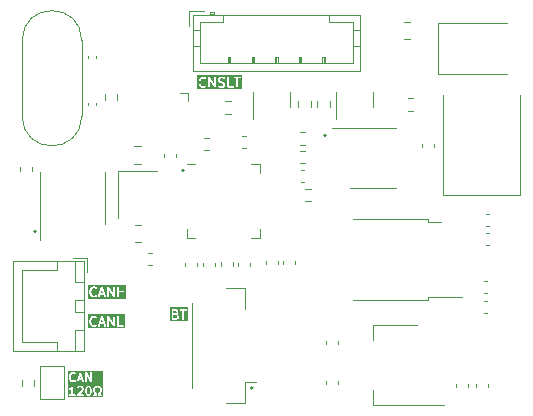
<source format=gbr>
%TF.GenerationSoftware,KiCad,Pcbnew,7.0.9*%
%TF.CreationDate,2023-11-28T13:38:34+10:00*%
%TF.ProjectId,cansult,63616e73-756c-4742-9e6b-696361645f70,rev?*%
%TF.SameCoordinates,Original*%
%TF.FileFunction,Legend,Top*%
%TF.FilePolarity,Positive*%
%FSLAX46Y46*%
G04 Gerber Fmt 4.6, Leading zero omitted, Abs format (unit mm)*
G04 Created by KiCad (PCBNEW 7.0.9) date 2023-11-28 13:38:34*
%MOMM*%
%LPD*%
G01*
G04 APERTURE LIST*
%ADD10C,0.175000*%
%ADD11C,0.150000*%
%ADD12C,0.120000*%
G04 APERTURE END LIST*
D10*
X180587500Y-82800000D02*
G75*
G03*
X180587500Y-82800000I-87500J0D01*
G01*
X192637500Y-79850000D02*
G75*
G03*
X192637500Y-79850000I-87500J0D01*
G01*
X168037500Y-88000000D02*
G75*
G03*
X168037500Y-88000000I-87500J0D01*
G01*
X186387500Y-101200000D02*
G75*
G03*
X186387500Y-101200000I-87500J0D01*
G01*
D11*
G36*
X173727960Y-93190723D02*
G01*
X173555121Y-93190723D01*
X173641540Y-92931465D01*
X173727960Y-93190723D01*
G37*
G36*
X175659398Y-93683581D02*
G01*
X172461778Y-93683581D01*
X172461778Y-93151438D01*
X172576064Y-93151438D01*
X172577249Y-93154695D01*
X172578303Y-93169629D01*
X172616399Y-93322010D01*
X172618388Y-93324955D01*
X172622078Y-93337360D01*
X172660173Y-93413550D01*
X172661359Y-93414673D01*
X172674222Y-93433042D01*
X172750412Y-93509233D01*
X172754475Y-93511127D01*
X172756823Y-93514949D01*
X172779728Y-93527351D01*
X172894014Y-93565446D01*
X172895648Y-93565401D01*
X172917731Y-93569295D01*
X172993922Y-93569295D01*
X172995460Y-93568734D01*
X173017639Y-93565446D01*
X173131924Y-93527351D01*
X173135436Y-93524563D01*
X173139903Y-93524173D01*
X173161240Y-93509233D01*
X173199336Y-93471137D01*
X173199597Y-93470578D01*
X173303723Y-93470578D01*
X173305124Y-93521862D01*
X173339161Y-93560247D01*
X173389910Y-93567772D01*
X173433622Y-93540917D01*
X173446025Y-93518012D01*
X173505121Y-93340723D01*
X173777960Y-93340723D01*
X173837056Y-93518012D01*
X173868947Y-93558198D01*
X173919208Y-93568484D01*
X173964322Y-93544056D01*
X173983179Y-93496344D01*
X173982875Y-93494295D01*
X174099874Y-93494295D01*
X174117421Y-93542504D01*
X174161850Y-93568156D01*
X174212374Y-93559247D01*
X174245351Y-93519947D01*
X174249874Y-93494295D01*
X174249874Y-92976711D01*
X174566899Y-93531505D01*
X174572191Y-93535986D01*
X174574564Y-93542504D01*
X174591303Y-93552168D01*
X174606052Y-93564657D01*
X174612986Y-93564687D01*
X174618993Y-93568156D01*
X174638026Y-93564799D01*
X174657354Y-93564886D01*
X174662687Y-93560451D01*
X174669517Y-93559247D01*
X174681941Y-93544440D01*
X174696801Y-93532084D01*
X174698035Y-93525260D01*
X174702494Y-93519947D01*
X174707017Y-93494295D01*
X174937969Y-93494295D01*
X174955516Y-93542504D01*
X174999945Y-93568156D01*
X175050469Y-93559247D01*
X175083446Y-93519947D01*
X175087969Y-93494295D01*
X175087969Y-93150247D01*
X175395112Y-93150247D01*
X175395112Y-93494295D01*
X175412659Y-93542504D01*
X175457088Y-93568156D01*
X175507612Y-93559247D01*
X175540589Y-93519947D01*
X175545112Y-93494295D01*
X175545112Y-92694295D01*
X175527565Y-92646086D01*
X175483136Y-92620434D01*
X175432612Y-92629343D01*
X175399635Y-92668643D01*
X175395112Y-92694295D01*
X175395112Y-93000247D01*
X175087969Y-93000247D01*
X175087969Y-92694295D01*
X175070422Y-92646086D01*
X175025993Y-92620434D01*
X174975469Y-92629343D01*
X174942492Y-92668643D01*
X174937969Y-92694295D01*
X174937969Y-93494295D01*
X174707017Y-93494295D01*
X174707017Y-92694295D01*
X174689470Y-92646086D01*
X174645041Y-92620434D01*
X174594517Y-92629343D01*
X174561540Y-92668643D01*
X174557017Y-92694295D01*
X174557017Y-93211878D01*
X174239992Y-92657085D01*
X174234699Y-92652603D01*
X174232327Y-92646086D01*
X174215587Y-92636421D01*
X174200839Y-92623933D01*
X174193904Y-92623902D01*
X174187898Y-92620434D01*
X174168864Y-92623790D01*
X174149537Y-92623704D01*
X174144203Y-92628138D01*
X174137374Y-92629343D01*
X174124949Y-92644149D01*
X174110090Y-92656506D01*
X174108855Y-92663329D01*
X174104397Y-92668643D01*
X174099874Y-92694295D01*
X174099874Y-93494295D01*
X173982875Y-93494295D01*
X173979358Y-93470578D01*
X173712692Y-92670578D01*
X173711349Y-92668886D01*
X173711291Y-92666728D01*
X173695541Y-92648966D01*
X173680801Y-92630392D01*
X173678687Y-92629959D01*
X173677254Y-92628343D01*
X173653783Y-92624862D01*
X173630540Y-92620106D01*
X173628640Y-92621134D01*
X173626505Y-92620818D01*
X173606287Y-92633238D01*
X173585426Y-92644535D01*
X173584632Y-92646542D01*
X173582792Y-92647673D01*
X173570390Y-92670578D01*
X173303723Y-93470578D01*
X173199597Y-93470578D01*
X173221017Y-93424640D01*
X173207740Y-93375086D01*
X173165715Y-93345659D01*
X173114607Y-93350130D01*
X173093270Y-93365071D01*
X173067693Y-93390648D01*
X172981752Y-93419295D01*
X172929901Y-93419295D01*
X172843959Y-93390648D01*
X172788894Y-93335582D01*
X172759924Y-93277642D01*
X172726064Y-93142202D01*
X172726064Y-93046387D01*
X172759924Y-92910946D01*
X172788894Y-92853006D01*
X172843958Y-92797942D01*
X172929901Y-92769295D01*
X172981752Y-92769295D01*
X173067693Y-92797942D01*
X173093271Y-92823519D01*
X173139767Y-92845199D01*
X173189322Y-92831921D01*
X173218748Y-92789895D01*
X173214276Y-92738788D01*
X173199335Y-92717451D01*
X173161239Y-92679356D01*
X173157175Y-92677461D01*
X173154829Y-92673642D01*
X173131924Y-92661239D01*
X173017639Y-92623144D01*
X173016004Y-92623188D01*
X172993922Y-92619295D01*
X172917731Y-92619295D01*
X172916192Y-92619855D01*
X172894014Y-92623144D01*
X172779728Y-92661239D01*
X172776217Y-92664025D01*
X172771749Y-92664416D01*
X172750412Y-92679357D01*
X172674222Y-92755547D01*
X172673531Y-92757028D01*
X172660173Y-92775039D01*
X172622078Y-92851230D01*
X172621672Y-92854756D01*
X172616399Y-92866580D01*
X172578303Y-93018961D01*
X172578663Y-93022409D01*
X172576064Y-93037152D01*
X172576064Y-93151438D01*
X172461778Y-93151438D01*
X172461778Y-92505009D01*
X175659398Y-92505009D01*
X175659398Y-93683581D01*
G37*
G36*
X173727960Y-95690723D02*
G01*
X173555121Y-95690723D01*
X173641540Y-95431465D01*
X173727960Y-95690723D01*
G37*
G36*
X175582068Y-96183581D02*
G01*
X172461778Y-96183581D01*
X172461778Y-95651438D01*
X172576064Y-95651438D01*
X172577249Y-95654695D01*
X172578303Y-95669629D01*
X172616399Y-95822010D01*
X172618388Y-95824955D01*
X172622078Y-95837360D01*
X172660173Y-95913550D01*
X172661359Y-95914673D01*
X172674222Y-95933042D01*
X172750412Y-96009233D01*
X172754475Y-96011127D01*
X172756823Y-96014949D01*
X172779728Y-96027351D01*
X172894014Y-96065446D01*
X172895648Y-96065401D01*
X172917731Y-96069295D01*
X172993922Y-96069295D01*
X172995460Y-96068734D01*
X173017639Y-96065446D01*
X173131924Y-96027351D01*
X173135436Y-96024563D01*
X173139903Y-96024173D01*
X173161240Y-96009233D01*
X173199336Y-95971137D01*
X173199597Y-95970578D01*
X173303723Y-95970578D01*
X173305124Y-96021862D01*
X173339161Y-96060247D01*
X173389910Y-96067772D01*
X173433622Y-96040917D01*
X173446025Y-96018012D01*
X173505121Y-95840723D01*
X173777960Y-95840723D01*
X173837056Y-96018012D01*
X173868947Y-96058198D01*
X173919208Y-96068484D01*
X173964322Y-96044056D01*
X173983179Y-95996344D01*
X173982875Y-95994295D01*
X174099874Y-95994295D01*
X174117421Y-96042504D01*
X174161850Y-96068156D01*
X174212374Y-96059247D01*
X174245351Y-96019947D01*
X174249874Y-95994295D01*
X174249874Y-95476711D01*
X174566899Y-96031505D01*
X174572191Y-96035986D01*
X174574564Y-96042504D01*
X174591303Y-96052168D01*
X174606052Y-96064657D01*
X174612986Y-96064687D01*
X174618993Y-96068156D01*
X174638026Y-96064799D01*
X174657354Y-96064886D01*
X174662687Y-96060451D01*
X174669517Y-96059247D01*
X174681941Y-96044440D01*
X174696801Y-96032084D01*
X174698035Y-96025260D01*
X174702494Y-96019947D01*
X174707017Y-95994295D01*
X174937969Y-95994295D01*
X174944632Y-96012603D01*
X174948017Y-96031795D01*
X174953201Y-96036145D01*
X174955516Y-96042504D01*
X174972389Y-96052246D01*
X174987317Y-96064772D01*
X174997059Y-96066489D01*
X174999945Y-96068156D01*
X175003227Y-96067577D01*
X175012969Y-96069295D01*
X175393921Y-96069295D01*
X175442130Y-96051748D01*
X175467782Y-96007319D01*
X175458873Y-95956795D01*
X175419573Y-95923818D01*
X175393921Y-95919295D01*
X175087969Y-95919295D01*
X175087969Y-95194295D01*
X175070422Y-95146086D01*
X175025993Y-95120434D01*
X174975469Y-95129343D01*
X174942492Y-95168643D01*
X174937969Y-95194295D01*
X174937969Y-95994295D01*
X174707017Y-95994295D01*
X174707017Y-95194295D01*
X174689470Y-95146086D01*
X174645041Y-95120434D01*
X174594517Y-95129343D01*
X174561540Y-95168643D01*
X174557017Y-95194295D01*
X174557017Y-95711878D01*
X174239992Y-95157085D01*
X174234699Y-95152603D01*
X174232327Y-95146086D01*
X174215587Y-95136421D01*
X174200839Y-95123933D01*
X174193904Y-95123902D01*
X174187898Y-95120434D01*
X174168864Y-95123790D01*
X174149537Y-95123704D01*
X174144203Y-95128138D01*
X174137374Y-95129343D01*
X174124949Y-95144149D01*
X174110090Y-95156506D01*
X174108855Y-95163329D01*
X174104397Y-95168643D01*
X174099874Y-95194295D01*
X174099874Y-95994295D01*
X173982875Y-95994295D01*
X173979358Y-95970578D01*
X173712692Y-95170578D01*
X173711349Y-95168886D01*
X173711291Y-95166728D01*
X173695541Y-95148966D01*
X173680801Y-95130392D01*
X173678687Y-95129959D01*
X173677254Y-95128343D01*
X173653783Y-95124862D01*
X173630540Y-95120106D01*
X173628640Y-95121134D01*
X173626505Y-95120818D01*
X173606287Y-95133238D01*
X173585426Y-95144535D01*
X173584632Y-95146542D01*
X173582792Y-95147673D01*
X173570390Y-95170578D01*
X173303723Y-95970578D01*
X173199597Y-95970578D01*
X173221017Y-95924640D01*
X173207740Y-95875086D01*
X173165715Y-95845659D01*
X173114607Y-95850130D01*
X173093270Y-95865071D01*
X173067693Y-95890648D01*
X172981752Y-95919295D01*
X172929901Y-95919295D01*
X172843959Y-95890648D01*
X172788894Y-95835582D01*
X172759924Y-95777642D01*
X172726064Y-95642202D01*
X172726064Y-95546387D01*
X172759924Y-95410946D01*
X172788894Y-95353006D01*
X172843958Y-95297942D01*
X172929901Y-95269295D01*
X172981752Y-95269295D01*
X173067693Y-95297942D01*
X173093271Y-95323519D01*
X173139767Y-95345199D01*
X173189322Y-95331921D01*
X173218748Y-95289895D01*
X173214276Y-95238788D01*
X173199335Y-95217451D01*
X173161239Y-95179356D01*
X173157175Y-95177461D01*
X173154829Y-95173642D01*
X173131924Y-95161239D01*
X173017639Y-95123144D01*
X173016004Y-95123188D01*
X172993922Y-95119295D01*
X172917731Y-95119295D01*
X172916192Y-95119855D01*
X172894014Y-95123144D01*
X172779728Y-95161239D01*
X172776217Y-95164025D01*
X172771749Y-95164416D01*
X172750412Y-95179357D01*
X172674222Y-95255547D01*
X172673531Y-95257028D01*
X172660173Y-95275039D01*
X172622078Y-95351230D01*
X172621672Y-95354756D01*
X172616399Y-95366580D01*
X172578303Y-95518961D01*
X172578663Y-95522409D01*
X172576064Y-95537152D01*
X172576064Y-95651438D01*
X172461778Y-95651438D01*
X172461778Y-95005009D01*
X175582068Y-95005009D01*
X175582068Y-96183581D01*
G37*
G36*
X172556447Y-101207860D02*
G01*
X172573616Y-101225029D01*
X172598871Y-101275540D01*
X172629017Y-101396122D01*
X172629017Y-101549559D01*
X172598871Y-101670141D01*
X172573616Y-101720652D01*
X172556448Y-101737820D01*
X172514408Y-101758840D01*
X172481054Y-101758840D01*
X172439015Y-101737821D01*
X172421846Y-101720652D01*
X172396590Y-101670141D01*
X172366445Y-101549558D01*
X172366445Y-101396122D01*
X172396590Y-101275539D01*
X172421846Y-101225029D01*
X172439015Y-101207860D01*
X172481055Y-101186840D01*
X172514407Y-101186840D01*
X172556447Y-101207860D01*
G37*
G36*
X171877961Y-100390135D02*
G01*
X171742263Y-100390135D01*
X171810112Y-100186589D01*
X171877961Y-100390135D01*
G37*
G36*
X173707303Y-102011983D02*
G01*
X170738064Y-102011983D01*
X170738064Y-101820816D01*
X170842346Y-101820816D01*
X170851255Y-101871340D01*
X170890555Y-101904317D01*
X170916207Y-101908840D01*
X171328779Y-101908840D01*
X171376988Y-101891293D01*
X171402640Y-101846864D01*
X171399191Y-101827303D01*
X171494731Y-101827303D01*
X171500572Y-101849104D01*
X171504493Y-101871340D01*
X171507120Y-101873544D01*
X171508008Y-101876858D01*
X171526498Y-101889805D01*
X171543793Y-101904317D01*
X171548378Y-101905125D01*
X171550033Y-101906284D01*
X171553318Y-101905996D01*
X171569445Y-101908840D01*
X172016398Y-101908840D01*
X172064607Y-101891293D01*
X172090259Y-101846864D01*
X172081350Y-101796340D01*
X172042050Y-101763363D01*
X172016398Y-101758840D01*
X171750511Y-101758840D01*
X171950559Y-101558793D01*
X172216445Y-101558793D01*
X172217630Y-101562050D01*
X172218684Y-101576983D01*
X172253065Y-101714507D01*
X172255053Y-101717451D01*
X172258744Y-101729858D01*
X172293125Y-101798620D01*
X172294314Y-101799745D01*
X172307174Y-101818112D01*
X172341555Y-101852493D01*
X172343037Y-101853184D01*
X172361048Y-101866542D01*
X172429810Y-101900923D01*
X172434263Y-101901435D01*
X172437698Y-101904317D01*
X172463350Y-101908840D01*
X172532112Y-101908840D01*
X172536324Y-101907306D01*
X172540686Y-101908349D01*
X172565652Y-101900922D01*
X172634414Y-101866542D01*
X172635538Y-101865354D01*
X172653907Y-101852493D01*
X172688288Y-101818112D01*
X172688979Y-101816630D01*
X172702337Y-101798620D01*
X172736718Y-101729858D01*
X172737124Y-101726329D01*
X172742397Y-101714507D01*
X172776778Y-101576984D01*
X172776417Y-101573535D01*
X172779017Y-101558793D01*
X172779017Y-101490031D01*
X172904064Y-101490031D01*
X172904624Y-101491569D01*
X172907913Y-101513748D01*
X172942294Y-101616891D01*
X172945081Y-101620403D01*
X172945472Y-101624870D01*
X172960412Y-101646207D01*
X173029174Y-101714969D01*
X173030655Y-101715660D01*
X173048666Y-101729018D01*
X173075969Y-101742669D01*
X173075969Y-101758840D01*
X172979064Y-101758840D01*
X172930855Y-101776387D01*
X172905203Y-101820816D01*
X172914112Y-101871340D01*
X172953412Y-101904317D01*
X172979064Y-101908840D01*
X173150969Y-101908840D01*
X173169277Y-101902176D01*
X173188469Y-101898792D01*
X173192819Y-101893607D01*
X173199178Y-101891293D01*
X173208920Y-101874419D01*
X173221446Y-101859492D01*
X173223163Y-101849749D01*
X173224830Y-101846864D01*
X173224251Y-101843581D01*
X173225969Y-101833840D01*
X173225969Y-101696317D01*
X173225159Y-101694091D01*
X173225834Y-101691823D01*
X173216470Y-101670221D01*
X173208422Y-101648108D01*
X173206372Y-101646924D01*
X173205431Y-101644752D01*
X173184510Y-101629235D01*
X173126634Y-101600297D01*
X173078997Y-101552660D01*
X173054064Y-101477861D01*
X173054064Y-101330296D01*
X173078997Y-101255497D01*
X173122721Y-101211773D01*
X173197520Y-101186840D01*
X173310704Y-101186840D01*
X173385503Y-101211773D01*
X173429227Y-101255497D01*
X173454160Y-101330296D01*
X173454160Y-101477861D01*
X173429227Y-101552660D01*
X173381590Y-101600297D01*
X173323714Y-101629235D01*
X173322086Y-101630953D01*
X173319755Y-101631365D01*
X173304620Y-101649401D01*
X173288442Y-101666489D01*
X173288300Y-101668850D01*
X173286778Y-101670665D01*
X173282255Y-101696317D01*
X173282255Y-101833840D01*
X173288918Y-101852148D01*
X173292303Y-101871340D01*
X173297487Y-101875690D01*
X173299802Y-101882049D01*
X173316675Y-101891791D01*
X173331603Y-101904317D01*
X173341345Y-101906034D01*
X173344231Y-101907701D01*
X173347513Y-101907122D01*
X173357255Y-101908840D01*
X173529160Y-101908840D01*
X173577369Y-101891293D01*
X173603021Y-101846864D01*
X173594112Y-101796340D01*
X173554812Y-101763363D01*
X173529160Y-101758840D01*
X173432255Y-101758840D01*
X173432255Y-101742669D01*
X173459558Y-101729018D01*
X173460683Y-101727828D01*
X173479050Y-101714969D01*
X173547812Y-101646207D01*
X173549707Y-101642142D01*
X173553527Y-101639796D01*
X173565930Y-101616891D01*
X173600311Y-101513748D01*
X173600266Y-101512113D01*
X173604160Y-101490031D01*
X173604160Y-101318126D01*
X173603599Y-101316587D01*
X173600311Y-101294409D01*
X173565930Y-101191266D01*
X173563142Y-101187753D01*
X173562752Y-101183287D01*
X173547812Y-101161950D01*
X173479050Y-101093188D01*
X173474986Y-101091293D01*
X173472639Y-101087472D01*
X173449734Y-101075070D01*
X173346591Y-101040689D01*
X173344956Y-101040733D01*
X173322874Y-101036840D01*
X173185350Y-101036840D01*
X173183811Y-101037400D01*
X173161633Y-101040689D01*
X173058490Y-101075070D01*
X173054977Y-101077857D01*
X173050511Y-101078248D01*
X173029174Y-101093188D01*
X172960412Y-101161950D01*
X172958517Y-101166013D01*
X172954696Y-101168361D01*
X172942294Y-101191266D01*
X172907913Y-101294409D01*
X172907957Y-101296043D01*
X172904064Y-101318126D01*
X172904064Y-101490031D01*
X172779017Y-101490031D01*
X172779017Y-101386888D01*
X172777831Y-101383631D01*
X172776778Y-101368697D01*
X172742397Y-101231174D01*
X172740408Y-101228229D01*
X172736718Y-101215823D01*
X172702337Y-101147061D01*
X172701147Y-101145935D01*
X172688288Y-101127569D01*
X172653907Y-101093188D01*
X172652425Y-101092497D01*
X172634415Y-101079139D01*
X172565653Y-101044758D01*
X172561199Y-101044245D01*
X172557764Y-101041363D01*
X172532112Y-101036840D01*
X172463350Y-101036840D01*
X172459136Y-101038373D01*
X172454775Y-101037332D01*
X172429809Y-101044758D01*
X172361047Y-101079139D01*
X172359921Y-101080328D01*
X172341555Y-101093188D01*
X172307174Y-101127569D01*
X172306483Y-101129050D01*
X172293125Y-101147061D01*
X172258744Y-101215823D01*
X172258337Y-101219351D01*
X172253065Y-101231174D01*
X172218684Y-101368698D01*
X172219044Y-101372146D01*
X172216445Y-101386888D01*
X172216445Y-101558793D01*
X171950559Y-101558793D01*
X172035050Y-101474302D01*
X172036945Y-101470237D01*
X172040765Y-101467891D01*
X172053168Y-101444986D01*
X172087549Y-101341843D01*
X172087504Y-101340208D01*
X172091398Y-101318126D01*
X172091398Y-101249364D01*
X172089864Y-101245150D01*
X172090906Y-101240789D01*
X172083480Y-101215823D01*
X172049099Y-101147061D01*
X172047909Y-101145935D01*
X172035050Y-101127569D01*
X172000669Y-101093188D01*
X171999187Y-101092497D01*
X171981177Y-101079139D01*
X171912415Y-101044758D01*
X171907961Y-101044245D01*
X171904526Y-101041363D01*
X171878874Y-101036840D01*
X171706969Y-101036840D01*
X171702755Y-101038373D01*
X171698394Y-101037332D01*
X171673428Y-101044758D01*
X171604666Y-101079139D01*
X171603540Y-101080328D01*
X171585174Y-101093188D01*
X171550793Y-101127569D01*
X171529112Y-101174066D01*
X171542389Y-101223620D01*
X171584415Y-101253047D01*
X171635522Y-101248575D01*
X171656859Y-101233635D01*
X171682634Y-101207860D01*
X171724674Y-101186840D01*
X171861169Y-101186840D01*
X171903209Y-101207860D01*
X171920378Y-101225029D01*
X171941398Y-101267069D01*
X171941398Y-101305956D01*
X171916465Y-101380754D01*
X171516412Y-101780807D01*
X171506873Y-101801262D01*
X171495584Y-101820816D01*
X171496179Y-101824195D01*
X171494731Y-101827303D01*
X171399191Y-101827303D01*
X171393731Y-101796340D01*
X171354431Y-101763363D01*
X171328779Y-101758840D01*
X171197493Y-101758840D01*
X171197493Y-101111840D01*
X171196017Y-101107786D01*
X171197038Y-101103597D01*
X171187391Y-101084086D01*
X171179946Y-101063631D01*
X171176211Y-101061474D01*
X171174300Y-101057609D01*
X171154372Y-101048865D01*
X171135517Y-101037979D01*
X171131268Y-101038728D01*
X171127320Y-101036996D01*
X171106433Y-101043107D01*
X171084993Y-101046888D01*
X171082220Y-101050192D01*
X171078082Y-101051403D01*
X171060089Y-101070238D01*
X170995445Y-101167202D01*
X170940542Y-101222106D01*
X170882666Y-101251044D01*
X170847394Y-101288298D01*
X170844319Y-101339509D01*
X170874883Y-101380714D01*
X170924781Y-101392634D01*
X170949748Y-101385208D01*
X171018510Y-101350827D01*
X171019635Y-101349637D01*
X171038002Y-101336778D01*
X171047493Y-101327287D01*
X171047493Y-101758840D01*
X170916207Y-101758840D01*
X170867998Y-101776387D01*
X170842346Y-101820816D01*
X170738064Y-101820816D01*
X170738064Y-100361992D01*
X170841207Y-100361992D01*
X170842392Y-100365249D01*
X170843446Y-100380182D01*
X170877827Y-100517706D01*
X170879815Y-100520650D01*
X170883506Y-100533057D01*
X170917887Y-100601819D01*
X170919076Y-100602944D01*
X170931936Y-100621311D01*
X171000698Y-100690073D01*
X171004761Y-100691967D01*
X171007109Y-100695789D01*
X171030015Y-100708191D01*
X171133158Y-100742571D01*
X171134791Y-100742526D01*
X171156874Y-100746420D01*
X171225636Y-100746420D01*
X171227174Y-100745859D01*
X171249352Y-100742571D01*
X171352496Y-100708191D01*
X171356008Y-100705403D01*
X171360475Y-100705013D01*
X171381812Y-100690073D01*
X171416193Y-100655692D01*
X171419918Y-100647703D01*
X171498294Y-100647703D01*
X171499695Y-100698987D01*
X171533732Y-100737372D01*
X171584481Y-100744897D01*
X171628193Y-100718042D01*
X171640596Y-100695137D01*
X171692263Y-100540135D01*
X171927961Y-100540135D01*
X171979628Y-100695137D01*
X172011519Y-100735323D01*
X172061780Y-100745609D01*
X172106894Y-100721180D01*
X172125751Y-100673469D01*
X172125447Y-100671420D01*
X172216445Y-100671420D01*
X172233992Y-100719629D01*
X172278421Y-100745281D01*
X172328945Y-100736372D01*
X172361922Y-100697072D01*
X172366445Y-100671420D01*
X172366445Y-100231836D01*
X172638899Y-100708631D01*
X172644192Y-100713112D01*
X172646564Y-100719629D01*
X172663301Y-100729292D01*
X172678052Y-100741782D01*
X172684986Y-100741812D01*
X172690993Y-100745281D01*
X172710026Y-100741924D01*
X172729355Y-100742011D01*
X172734688Y-100737576D01*
X172741517Y-100736372D01*
X172753938Y-100721568D01*
X172768802Y-100709209D01*
X172770036Y-100702383D01*
X172774494Y-100697072D01*
X172779017Y-100671420D01*
X172779017Y-99949420D01*
X172761470Y-99901211D01*
X172717041Y-99875559D01*
X172666517Y-99884468D01*
X172633540Y-99923768D01*
X172629017Y-99949420D01*
X172629017Y-100389003D01*
X172356563Y-99912210D01*
X172351270Y-99907728D01*
X172348898Y-99901211D01*
X172332158Y-99891546D01*
X172317410Y-99879058D01*
X172310475Y-99879027D01*
X172304469Y-99875559D01*
X172285435Y-99878915D01*
X172266108Y-99878829D01*
X172260774Y-99883263D01*
X172253945Y-99884468D01*
X172241520Y-99899274D01*
X172226661Y-99911631D01*
X172225426Y-99918454D01*
X172220968Y-99923768D01*
X172216445Y-99949420D01*
X172216445Y-100671420D01*
X172125447Y-100671420D01*
X172121930Y-100647703D01*
X171881263Y-99925703D01*
X171879920Y-99924011D01*
X171879862Y-99921853D01*
X171864112Y-99904091D01*
X171849372Y-99885517D01*
X171847258Y-99885084D01*
X171845825Y-99883468D01*
X171822354Y-99879987D01*
X171799111Y-99875231D01*
X171797211Y-99876259D01*
X171795076Y-99875943D01*
X171774855Y-99888365D01*
X171753997Y-99899660D01*
X171753203Y-99901666D01*
X171751364Y-99902797D01*
X171738961Y-99925703D01*
X171498294Y-100647703D01*
X171419918Y-100647703D01*
X171437874Y-100609196D01*
X171424597Y-100559641D01*
X171382571Y-100530215D01*
X171331464Y-100534686D01*
X171310127Y-100549626D01*
X171288264Y-100571488D01*
X171213467Y-100596420D01*
X171169044Y-100596420D01*
X171094245Y-100571488D01*
X171046608Y-100523851D01*
X171021352Y-100473340D01*
X170991207Y-100352757D01*
X170991207Y-100268083D01*
X171021352Y-100147500D01*
X171046608Y-100096990D01*
X171094245Y-100049353D01*
X171169044Y-100024420D01*
X171213466Y-100024420D01*
X171288265Y-100049353D01*
X171310127Y-100071215D01*
X171356623Y-100092896D01*
X171406178Y-100079619D01*
X171435604Y-100037593D01*
X171431133Y-99986486D01*
X171416193Y-99965149D01*
X171381812Y-99930768D01*
X171377748Y-99928873D01*
X171375401Y-99925052D01*
X171352496Y-99912650D01*
X171249353Y-99878269D01*
X171247718Y-99878313D01*
X171225636Y-99874420D01*
X171156874Y-99874420D01*
X171155335Y-99874980D01*
X171133157Y-99878269D01*
X171030014Y-99912650D01*
X171026501Y-99915437D01*
X171022035Y-99915828D01*
X171000698Y-99930768D01*
X170931936Y-99999530D01*
X170931245Y-100001011D01*
X170917887Y-100019022D01*
X170883506Y-100087784D01*
X170883099Y-100091312D01*
X170877827Y-100103135D01*
X170843446Y-100240659D01*
X170843806Y-100244107D01*
X170841207Y-100258849D01*
X170841207Y-100361992D01*
X170738064Y-100361992D01*
X170738064Y-99771277D01*
X173707303Y-99771277D01*
X173707303Y-102011983D01*
G37*
G36*
X179956151Y-95088893D02*
G01*
X179973121Y-95105863D01*
X179997857Y-95155333D01*
X179997857Y-95234208D01*
X179973121Y-95283678D01*
X179952238Y-95304561D01*
X179902771Y-95329295D01*
X179690714Y-95329295D01*
X179690714Y-95060247D01*
X179870210Y-95060247D01*
X179956151Y-95088893D01*
G37*
G36*
X179914144Y-94704029D02*
G01*
X179935026Y-94724911D01*
X179959761Y-94774380D01*
X179959761Y-94815161D01*
X179935026Y-94864630D01*
X179914144Y-94885512D01*
X179864675Y-94910247D01*
X179690714Y-94910247D01*
X179690714Y-94679295D01*
X179864675Y-94679295D01*
X179914144Y-94704029D01*
G37*
G36*
X180946718Y-95593581D02*
G01*
X179426428Y-95593581D01*
X179426428Y-95404295D01*
X179540714Y-95404295D01*
X179547377Y-95422603D01*
X179550762Y-95441795D01*
X179555946Y-95446145D01*
X179558261Y-95452504D01*
X179575134Y-95462246D01*
X179590062Y-95474772D01*
X179599804Y-95476489D01*
X179602690Y-95478156D01*
X179605972Y-95477577D01*
X179615714Y-95479295D01*
X179920476Y-95479295D01*
X179924689Y-95477761D01*
X179929050Y-95478803D01*
X179954017Y-95471377D01*
X180030207Y-95433282D01*
X180031331Y-95432094D01*
X180049700Y-95419232D01*
X180087795Y-95381136D01*
X180088486Y-95379652D01*
X180101843Y-95361646D01*
X180139938Y-95285456D01*
X180140450Y-95281002D01*
X180143334Y-95277566D01*
X180147857Y-95251914D01*
X180147857Y-95137628D01*
X180146323Y-95133413D01*
X180147365Y-95129052D01*
X180139938Y-95104086D01*
X180101843Y-95027896D01*
X180100652Y-95026768D01*
X180087795Y-95008406D01*
X180049700Y-94970310D01*
X180045635Y-94968414D01*
X180044775Y-94967013D01*
X180049699Y-94962090D01*
X180050390Y-94960608D01*
X180063748Y-94942598D01*
X180101843Y-94866407D01*
X180102355Y-94861953D01*
X180105238Y-94858518D01*
X180109761Y-94832866D01*
X180109761Y-94756676D01*
X180108227Y-94752463D01*
X180109270Y-94748102D01*
X180101843Y-94723135D01*
X180063748Y-94646944D01*
X180062558Y-94645818D01*
X180049699Y-94627452D01*
X180013518Y-94591271D01*
X180227567Y-94591271D01*
X180236476Y-94641795D01*
X180275776Y-94674772D01*
X180301428Y-94679295D01*
X180454999Y-94679295D01*
X180454999Y-95404295D01*
X180472546Y-95452504D01*
X180516975Y-95478156D01*
X180567499Y-95469247D01*
X180600476Y-95429947D01*
X180604999Y-95404295D01*
X180604999Y-94679295D01*
X180758571Y-94679295D01*
X180806780Y-94661748D01*
X180832432Y-94617319D01*
X180823523Y-94566795D01*
X180784223Y-94533818D01*
X180758571Y-94529295D01*
X180301428Y-94529295D01*
X180253219Y-94546842D01*
X180227567Y-94591271D01*
X180013518Y-94591271D01*
X180011604Y-94589357D01*
X180010122Y-94588666D01*
X179992112Y-94575308D01*
X179915921Y-94537213D01*
X179911467Y-94536700D01*
X179908032Y-94533818D01*
X179882380Y-94529295D01*
X179615714Y-94529295D01*
X179597405Y-94535958D01*
X179578214Y-94539343D01*
X179573863Y-94544527D01*
X179567505Y-94546842D01*
X179557762Y-94563715D01*
X179545237Y-94578643D01*
X179543519Y-94588385D01*
X179541853Y-94591271D01*
X179542431Y-94594553D01*
X179540714Y-94604295D01*
X179540714Y-95404295D01*
X179426428Y-95404295D01*
X179426428Y-94415009D01*
X180946718Y-94415009D01*
X180946718Y-95593581D01*
G37*
G36*
X185510528Y-75933581D02*
G01*
X181704523Y-75933581D01*
X181704523Y-75401438D01*
X181818809Y-75401438D01*
X181819994Y-75404695D01*
X181821048Y-75419629D01*
X181859144Y-75572010D01*
X181861133Y-75574955D01*
X181864823Y-75587360D01*
X181902918Y-75663550D01*
X181904104Y-75664673D01*
X181916967Y-75683042D01*
X181993157Y-75759233D01*
X181997220Y-75761127D01*
X181999568Y-75764949D01*
X182022473Y-75777351D01*
X182136759Y-75815446D01*
X182138393Y-75815401D01*
X182160476Y-75819295D01*
X182236667Y-75819295D01*
X182238205Y-75818734D01*
X182260384Y-75815446D01*
X182374669Y-75777351D01*
X182378181Y-75774563D01*
X182382648Y-75774173D01*
X182403985Y-75759233D01*
X182418923Y-75744295D01*
X182656905Y-75744295D01*
X182674452Y-75792504D01*
X182718881Y-75818156D01*
X182769405Y-75809247D01*
X182802382Y-75769947D01*
X182806905Y-75744295D01*
X182806905Y-75226711D01*
X183123930Y-75781505D01*
X183129222Y-75785986D01*
X183131595Y-75792504D01*
X183148334Y-75802168D01*
X183163083Y-75814657D01*
X183170017Y-75814687D01*
X183176024Y-75818156D01*
X183195057Y-75814799D01*
X183214385Y-75814886D01*
X183219718Y-75810451D01*
X183226548Y-75809247D01*
X183238972Y-75794440D01*
X183253832Y-75782084D01*
X183255066Y-75775260D01*
X183259525Y-75769947D01*
X183264048Y-75744295D01*
X183264048Y-75172866D01*
X183456904Y-75172866D01*
X183458437Y-75177079D01*
X183457396Y-75181441D01*
X183464822Y-75206407D01*
X183502918Y-75282598D01*
X183504107Y-75283723D01*
X183516967Y-75302090D01*
X183555062Y-75340185D01*
X183556543Y-75340876D01*
X183574554Y-75354234D01*
X183650744Y-75392329D01*
X183654272Y-75392735D01*
X183666095Y-75398008D01*
X183810489Y-75434106D01*
X183868430Y-75463077D01*
X183889313Y-75483960D01*
X183914047Y-75533428D01*
X183914047Y-75574209D01*
X183889312Y-75623677D01*
X183868429Y-75644561D01*
X183818961Y-75669295D01*
X183658360Y-75669295D01*
X183555621Y-75635049D01*
X183504337Y-75636450D01*
X183465952Y-75670488D01*
X183458427Y-75721236D01*
X183485282Y-75764949D01*
X183508187Y-75777351D01*
X183622473Y-75815446D01*
X183624107Y-75815401D01*
X183646190Y-75819295D01*
X183836666Y-75819295D01*
X183840878Y-75817761D01*
X183845240Y-75818804D01*
X183870207Y-75811377D01*
X183946398Y-75773282D01*
X183947522Y-75772094D01*
X183965891Y-75759232D01*
X183980828Y-75744295D01*
X184256905Y-75744295D01*
X184263568Y-75762603D01*
X184266953Y-75781795D01*
X184272137Y-75786145D01*
X184274452Y-75792504D01*
X184291325Y-75802246D01*
X184306253Y-75814772D01*
X184315995Y-75816489D01*
X184318881Y-75818156D01*
X184322163Y-75817577D01*
X184331905Y-75819295D01*
X184712857Y-75819295D01*
X184761066Y-75801748D01*
X184786718Y-75757319D01*
X184777809Y-75706795D01*
X184738509Y-75673818D01*
X184712857Y-75669295D01*
X184406905Y-75669295D01*
X184406905Y-74944295D01*
X184402165Y-74931271D01*
X184791377Y-74931271D01*
X184800286Y-74981795D01*
X184839586Y-75014772D01*
X184865238Y-75019295D01*
X185018809Y-75019295D01*
X185018809Y-75744295D01*
X185036356Y-75792504D01*
X185080785Y-75818156D01*
X185131309Y-75809247D01*
X185164286Y-75769947D01*
X185168809Y-75744295D01*
X185168809Y-75019295D01*
X185322381Y-75019295D01*
X185370590Y-75001748D01*
X185396242Y-74957319D01*
X185387333Y-74906795D01*
X185348033Y-74873818D01*
X185322381Y-74869295D01*
X184865238Y-74869295D01*
X184817029Y-74886842D01*
X184791377Y-74931271D01*
X184402165Y-74931271D01*
X184389358Y-74896086D01*
X184344929Y-74870434D01*
X184294405Y-74879343D01*
X184261428Y-74918643D01*
X184256905Y-74944295D01*
X184256905Y-75744295D01*
X183980828Y-75744295D01*
X184003986Y-75721136D01*
X184004677Y-75719653D01*
X184018034Y-75701645D01*
X184056129Y-75625455D01*
X184056641Y-75621001D01*
X184059524Y-75617566D01*
X184064047Y-75591914D01*
X184064047Y-75515723D01*
X184062513Y-75511509D01*
X184063555Y-75507149D01*
X184056129Y-75482182D01*
X184018034Y-75405992D01*
X184016844Y-75404866D01*
X184003985Y-75386500D01*
X183965890Y-75348405D01*
X183964405Y-75347712D01*
X183946398Y-75334356D01*
X183870207Y-75296260D01*
X183866678Y-75295853D01*
X183854856Y-75290581D01*
X183710460Y-75254482D01*
X183652522Y-75225513D01*
X183631639Y-75204630D01*
X183606904Y-75155160D01*
X183606904Y-75114381D01*
X183631639Y-75064911D01*
X183652522Y-75044029D01*
X183701990Y-75019295D01*
X183862592Y-75019295D01*
X183965330Y-75053541D01*
X184016614Y-75052140D01*
X184054999Y-75018103D01*
X184062524Y-74967354D01*
X184035669Y-74923642D01*
X184012764Y-74911239D01*
X183898479Y-74873144D01*
X183896844Y-74873188D01*
X183874762Y-74869295D01*
X183684285Y-74869295D01*
X183680071Y-74870828D01*
X183675711Y-74869787D01*
X183650744Y-74877213D01*
X183574554Y-74915308D01*
X183573428Y-74916497D01*
X183555062Y-74929357D01*
X183516967Y-74967452D01*
X183516274Y-74968936D01*
X183502918Y-74986944D01*
X183464822Y-75063135D01*
X183464309Y-75067588D01*
X183461427Y-75071024D01*
X183456904Y-75096676D01*
X183456904Y-75172866D01*
X183264048Y-75172866D01*
X183264048Y-74944295D01*
X183246501Y-74896086D01*
X183202072Y-74870434D01*
X183151548Y-74879343D01*
X183118571Y-74918643D01*
X183114048Y-74944295D01*
X183114048Y-75461878D01*
X182797023Y-74907085D01*
X182791730Y-74902603D01*
X182789358Y-74896086D01*
X182772618Y-74886421D01*
X182757870Y-74873933D01*
X182750935Y-74873902D01*
X182744929Y-74870434D01*
X182725895Y-74873790D01*
X182706568Y-74873704D01*
X182701234Y-74878138D01*
X182694405Y-74879343D01*
X182681980Y-74894149D01*
X182667121Y-74906506D01*
X182665886Y-74913329D01*
X182661428Y-74918643D01*
X182656905Y-74944295D01*
X182656905Y-75744295D01*
X182418923Y-75744295D01*
X182442081Y-75721137D01*
X182463762Y-75674640D01*
X182450485Y-75625086D01*
X182408460Y-75595659D01*
X182357352Y-75600130D01*
X182336015Y-75615071D01*
X182310438Y-75640648D01*
X182224497Y-75669295D01*
X182172646Y-75669295D01*
X182086704Y-75640648D01*
X182031639Y-75585582D01*
X182002669Y-75527642D01*
X181968809Y-75392202D01*
X181968809Y-75296387D01*
X182002669Y-75160946D01*
X182031639Y-75103006D01*
X182086703Y-75047942D01*
X182172646Y-75019295D01*
X182224497Y-75019295D01*
X182310438Y-75047942D01*
X182336016Y-75073519D01*
X182382512Y-75095199D01*
X182432067Y-75081921D01*
X182461493Y-75039895D01*
X182457021Y-74988788D01*
X182442080Y-74967451D01*
X182403984Y-74929356D01*
X182399920Y-74927461D01*
X182397574Y-74923642D01*
X182374669Y-74911239D01*
X182260384Y-74873144D01*
X182258749Y-74873188D01*
X182236667Y-74869295D01*
X182160476Y-74869295D01*
X182158937Y-74869855D01*
X182136759Y-74873144D01*
X182022473Y-74911239D01*
X182018962Y-74914025D01*
X182014494Y-74914416D01*
X181993157Y-74929357D01*
X181916967Y-75005547D01*
X181916276Y-75007028D01*
X181902918Y-75025039D01*
X181864823Y-75101230D01*
X181864417Y-75104756D01*
X181859144Y-75116580D01*
X181821048Y-75268961D01*
X181821408Y-75272409D01*
X181818809Y-75287152D01*
X181818809Y-75401438D01*
X181704523Y-75401438D01*
X181704523Y-74755009D01*
X185510528Y-74755009D01*
X185510528Y-75933581D01*
G37*
D12*
%TO.C,C25*%
X205959420Y-93890000D02*
X206240580Y-93890000D01*
X205959420Y-94910000D02*
X206240580Y-94910000D01*
%TO.C,U5*%
X202600000Y-102710000D02*
X196590000Y-102710000D01*
X200350000Y-95890000D02*
X196590000Y-95890000D01*
X196590000Y-102710000D02*
X196590000Y-101450000D01*
X196590000Y-95890000D02*
X196590000Y-97150000D01*
%TO.C,R2*%
X190837258Y-80622500D02*
X190362742Y-80622500D01*
X190837258Y-79577500D02*
X190362742Y-79577500D01*
%TO.C,J4*%
X184160000Y-102510000D02*
X185760000Y-102510000D01*
X185760000Y-102510000D02*
X185760000Y-100710000D01*
X181290000Y-101240000D02*
X181290000Y-94060000D01*
X185760000Y-100710000D02*
X186700000Y-100710000D01*
X184160000Y-92790000D02*
X185760000Y-92790000D01*
X185760000Y-92790000D02*
X185760000Y-94590000D01*
%TO.C,C15*%
X181710000Y-90634420D02*
X181710000Y-90915580D01*
X180690000Y-90634420D02*
X180690000Y-90915580D01*
%TO.C,Q2*%
X186440000Y-76800000D02*
X186440000Y-78475000D01*
X186440000Y-76800000D02*
X186440000Y-76150000D01*
X189560000Y-76800000D02*
X189560000Y-77450000D01*
X189560000Y-76800000D02*
X189560000Y-76150000D01*
%TO.C,C23*%
X205984420Y-92190000D02*
X206265580Y-92190000D01*
X205984420Y-93210000D02*
X206265580Y-93210000D01*
%TO.C,R5*%
X192922500Y-76962742D02*
X192922500Y-77437258D01*
X191877500Y-76962742D02*
X191877500Y-77437258D01*
%TO.C,F1*%
X199758578Y-71710000D02*
X199241422Y-71710000D01*
X199758578Y-70290000D02*
X199241422Y-70290000D01*
%TO.C,C27*%
X206159420Y-88090000D02*
X206440580Y-88090000D01*
X206159420Y-89110000D02*
X206440580Y-89110000D01*
%TO.C,C4*%
X172440000Y-73307836D02*
X172440000Y-73092164D01*
X173160000Y-73307836D02*
X173160000Y-73092164D01*
%TO.C,C13*%
X188510000Y-90484420D02*
X188510000Y-90765580D01*
X187490000Y-90484420D02*
X187490000Y-90765580D01*
%TO.C,R9*%
X182262742Y-80040000D02*
X182737258Y-80040000D01*
X182262742Y-81085000D02*
X182737258Y-81085000D01*
%TO.C,FB1*%
X184710000Y-90612221D02*
X184710000Y-90937779D01*
X183690000Y-90612221D02*
X183690000Y-90937779D01*
%TO.C,C5*%
X166690000Y-82840580D02*
X166690000Y-82559420D01*
X167710000Y-82840580D02*
X167710000Y-82559420D01*
%TO.C,R1*%
X191337258Y-85422500D02*
X190862742Y-85422500D01*
X191337258Y-84377500D02*
X190862742Y-84377500D01*
%TO.C,R8*%
X173877500Y-76837258D02*
X173877500Y-76362742D01*
X174922500Y-76837258D02*
X174922500Y-76362742D01*
%TO.C,R7*%
X184537258Y-78022500D02*
X184062742Y-78022500D01*
X184537258Y-76977500D02*
X184062742Y-76977500D01*
%TO.C,C9*%
X190010000Y-90484420D02*
X190010000Y-90765580D01*
X188990000Y-90484420D02*
X188990000Y-90765580D01*
%TO.C,C2*%
X201785000Y-80564420D02*
X201785000Y-80845580D01*
X200765000Y-80564420D02*
X200765000Y-80845580D01*
%TO.C,C3*%
X173160000Y-77092164D02*
X173160000Y-77307836D01*
X172440000Y-77092164D02*
X172440000Y-77307836D01*
%TO.C,C12*%
X176438748Y-87427500D02*
X176961252Y-87427500D01*
X176438748Y-88897500D02*
X176961252Y-88897500D01*
%TO.C,D3*%
X202500000Y-84910000D02*
X202500000Y-76400000D01*
X209000000Y-84910000D02*
X202500000Y-84910000D01*
X209000000Y-84910000D02*
X209000000Y-76400000D01*
%TO.C,C21*%
X206360000Y-100859420D02*
X206360000Y-101140580D01*
X205340000Y-100859420D02*
X205340000Y-101140580D01*
%TO.C,R6*%
X199512742Y-76727500D02*
X199987258Y-76727500D01*
X199512742Y-77772500D02*
X199987258Y-77772500D01*
%TO.C,D2*%
X202090000Y-70350000D02*
X202090000Y-74650000D01*
X202090000Y-70350000D02*
X207900000Y-70350000D01*
X202090000Y-74650000D02*
X207900000Y-74650000D01*
%TO.C,C11*%
X178902500Y-81703080D02*
X178902500Y-81421920D01*
X179922500Y-81703080D02*
X179922500Y-81421920D01*
%TO.C,C14*%
X185803080Y-80910000D02*
X185521920Y-80910000D01*
X185803080Y-79890000D02*
X185521920Y-79890000D01*
%TO.C,J2*%
X180905000Y-76265000D02*
X180905000Y-76900000D01*
X180270000Y-76265000D02*
X180905000Y-76265000D01*
%TO.C,JP4*%
X170400000Y-99400000D02*
X170400000Y-102200000D01*
X168400000Y-99400000D02*
X170400000Y-99400000D01*
X170400000Y-102200000D02*
X168400000Y-102200000D01*
X168400000Y-102200000D02*
X168400000Y-99400000D01*
%TO.C,U4*%
X180802500Y-88510000D02*
X180802500Y-87785000D01*
X181527500Y-82290000D02*
X180802500Y-82290000D01*
X181527500Y-88510000D02*
X180802500Y-88510000D01*
X186297500Y-82290000D02*
X187022500Y-82290000D01*
X186297500Y-88510000D02*
X187022500Y-88510000D01*
X187022500Y-82290000D02*
X187022500Y-83015000D01*
X187022500Y-88510000D02*
X187022500Y-87785000D01*
%TO.C,C24*%
X193610000Y-100609420D02*
X193610000Y-100890580D01*
X192590000Y-100609420D02*
X192590000Y-100890580D01*
%TO.C,U1*%
X196600000Y-79190000D02*
X193150000Y-79190000D01*
X196600000Y-79190000D02*
X198550000Y-79190000D01*
X196600000Y-84310000D02*
X194650000Y-84310000D01*
X196600000Y-84310000D02*
X198550000Y-84310000D01*
%TO.C,C26*%
X192590000Y-97515580D02*
X192590000Y-97234420D01*
X193610000Y-97515580D02*
X193610000Y-97234420D01*
%TO.C,Y1*%
X166875000Y-78210000D02*
X166875000Y-71810000D01*
X171925000Y-78210000D02*
X171925000Y-71810000D01*
X166875000Y-78210000D02*
G75*
G03*
X171925000Y-78210000I2525000J0D01*
G01*
X171925000Y-71810000D02*
G75*
G03*
X166875000Y-71810000I-2525000J0D01*
G01*
%TO.C,U6*%
X201270000Y-93830000D02*
X201270000Y-93560000D01*
X201270000Y-93560000D02*
X204100000Y-93560000D01*
X201270000Y-87200000D02*
X202370000Y-87200000D01*
X201270000Y-86930000D02*
X201270000Y-87200000D01*
X194850000Y-93830000D02*
X201270000Y-93830000D01*
X194850000Y-86930000D02*
X201270000Y-86930000D01*
%TO.C,R3*%
X190362742Y-81177500D02*
X190837258Y-81177500D01*
X190362742Y-82222500D02*
X190837258Y-82222500D01*
%TO.C,Y2*%
X178300000Y-82850000D02*
X175000000Y-82850000D01*
X175000000Y-82850000D02*
X175000000Y-86850000D01*
%TO.C,J3*%
X172400000Y-90200000D02*
X171150000Y-90200000D01*
X172110000Y-90490000D02*
X166140000Y-90490000D01*
X166140000Y-90490000D02*
X166140000Y-98110000D01*
X172100000Y-90500000D02*
X171350000Y-90500000D01*
X171350000Y-90500000D02*
X171350000Y-92300000D01*
X169850000Y-90500000D02*
X169850000Y-91250000D01*
X169850000Y-91250000D02*
X166900000Y-91250000D01*
X166900000Y-91250000D02*
X166900000Y-94300000D01*
X172400000Y-91450000D02*
X172400000Y-90200000D01*
X172100000Y-92300000D02*
X172100000Y-90500000D01*
X171350000Y-92300000D02*
X172100000Y-92300000D01*
X172100000Y-93800000D02*
X171350000Y-93800000D01*
X171350000Y-93800000D02*
X171350000Y-94800000D01*
X172100000Y-94800000D02*
X172100000Y-93800000D01*
X171350000Y-94800000D02*
X172100000Y-94800000D01*
X172100000Y-96300000D02*
X171350000Y-96300000D01*
X171350000Y-96300000D02*
X171350000Y-98100000D01*
X169850000Y-97350000D02*
X166900000Y-97350000D01*
X166900000Y-97350000D02*
X166900000Y-94300000D01*
X172100000Y-98100000D02*
X172100000Y-96300000D01*
X171350000Y-98100000D02*
X172100000Y-98100000D01*
X169850000Y-98100000D02*
X169850000Y-97350000D01*
X172110000Y-98110000D02*
X172110000Y-90490000D01*
X166140000Y-98110000D02*
X172110000Y-98110000D01*
%TO.C,C20*%
X204610000Y-100859420D02*
X204610000Y-101140580D01*
X203590000Y-100859420D02*
X203590000Y-101140580D01*
%TO.C,R10*%
X167922500Y-100562742D02*
X167922500Y-101037258D01*
X166877500Y-100562742D02*
X166877500Y-101037258D01*
%TO.C,C10*%
X177559420Y-89802500D02*
X177840580Y-89802500D01*
X177559420Y-90822500D02*
X177840580Y-90822500D01*
%TO.C,C7*%
X176911252Y-82235000D02*
X176388748Y-82235000D01*
X176911252Y-80765000D02*
X176388748Y-80765000D01*
%TO.C,C1*%
X190740580Y-83810000D02*
X190459420Y-83810000D01*
X190740580Y-82790000D02*
X190459420Y-82790000D01*
%TO.C,C28*%
X206159420Y-86490000D02*
X206440580Y-86490000D01*
X206159420Y-87510000D02*
X206440580Y-87510000D01*
%TO.C,J1*%
X181040000Y-69340000D02*
X181040000Y-70590000D01*
X181340000Y-69640000D02*
X181340000Y-74360000D01*
X181340000Y-70950000D02*
X181950000Y-70950000D01*
X181340000Y-72250000D02*
X181950000Y-72250000D01*
X181340000Y-74360000D02*
X195460000Y-74360000D01*
X181950000Y-70250000D02*
X181950000Y-73750000D01*
X181950000Y-73750000D02*
X194850000Y-73750000D01*
X182290000Y-69340000D02*
X181040000Y-69340000D01*
X182800000Y-69440000D02*
X182800000Y-69640000D01*
X183100000Y-69440000D02*
X182800000Y-69440000D01*
X183100000Y-69540000D02*
X182800000Y-69540000D01*
X183100000Y-69640000D02*
X183100000Y-69440000D01*
X183900000Y-69640000D02*
X183900000Y-70250000D01*
X183900000Y-70250000D02*
X181950000Y-70250000D01*
X184300000Y-73250000D02*
X184500000Y-73250000D01*
X184300000Y-73750000D02*
X184300000Y-73250000D01*
X184400000Y-73750000D02*
X184400000Y-73250000D01*
X184500000Y-73250000D02*
X184500000Y-73750000D01*
X186300000Y-73250000D02*
X186500000Y-73250000D01*
X186300000Y-73750000D02*
X186300000Y-73250000D01*
X186400000Y-73750000D02*
X186400000Y-73250000D01*
X186500000Y-73250000D02*
X186500000Y-73750000D01*
X188300000Y-73250000D02*
X188500000Y-73250000D01*
X188300000Y-73750000D02*
X188300000Y-73250000D01*
X188400000Y-73750000D02*
X188400000Y-73250000D01*
X188500000Y-73250000D02*
X188500000Y-73750000D01*
X190300000Y-73250000D02*
X190500000Y-73250000D01*
X190300000Y-73750000D02*
X190300000Y-73250000D01*
X190400000Y-73750000D02*
X190400000Y-73250000D01*
X190500000Y-73250000D02*
X190500000Y-73750000D01*
X192300000Y-73250000D02*
X192500000Y-73250000D01*
X192300000Y-73750000D02*
X192300000Y-73250000D01*
X192400000Y-73750000D02*
X192400000Y-73250000D01*
X192500000Y-73250000D02*
X192500000Y-73750000D01*
X192900000Y-70250000D02*
X192900000Y-69640000D01*
X194850000Y-70250000D02*
X192900000Y-70250000D01*
X194850000Y-73750000D02*
X194850000Y-70250000D01*
X195460000Y-69640000D02*
X181340000Y-69640000D01*
X195460000Y-70950000D02*
X194850000Y-70950000D01*
X195460000Y-72250000D02*
X194850000Y-72250000D01*
X195460000Y-74360000D02*
X195460000Y-69640000D01*
%TO.C,R4*%
X190277500Y-77437258D02*
X190277500Y-76962742D01*
X191322500Y-77437258D02*
X191322500Y-76962742D01*
%TO.C,C17*%
X183210000Y-90634420D02*
X183210000Y-90915580D01*
X182190000Y-90634420D02*
X182190000Y-90915580D01*
%TO.C,Q1*%
X193440000Y-76800000D02*
X193440000Y-78475000D01*
X193440000Y-76800000D02*
X193440000Y-76150000D01*
X196560000Y-76800000D02*
X196560000Y-77450000D01*
X196560000Y-76800000D02*
X196560000Y-76150000D01*
%TO.C,U2*%
X168390000Y-85137500D02*
X168390000Y-88737500D01*
X168390000Y-85137500D02*
X168390000Y-82937500D01*
X173860000Y-85137500D02*
X173860000Y-87337500D01*
X173860000Y-85137500D02*
X173860000Y-82937500D01*
%TO.C,C19*%
X185190000Y-90915580D02*
X185190000Y-90634420D01*
X186210000Y-90915580D02*
X186210000Y-90634420D01*
%TD*%
M02*

</source>
